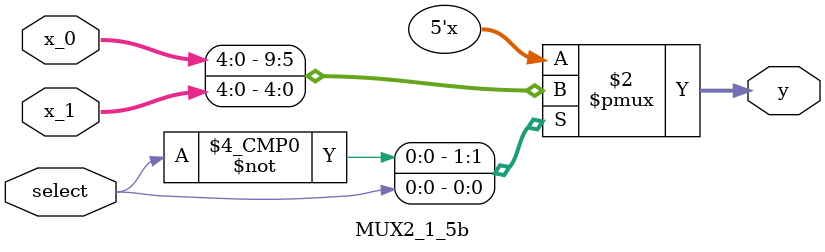
<source format=v>
`timescale 1ns / 1ps

/* 32Î»2-1¶àÂ·Ñ¡ÔñÆ÷ */
module MUX2_1_32b(
    input [31:0] x_0,
    input [31:0] x_1,
    input select,
    output reg [31:0] y
    );

    always @(*) begin
        case (select)
            1'b0: y <= x_0;
            1'b1: y <= x_1;
        endcase
    end

endmodule

/* 32Î»4-1¶àÂ·Ñ¡ÔñÆ÷ */
module MUX4_1_32b(
    input [31:0] x_0,
    input [31:0] x_1,
    input [31:0] x_2,
    input [31:0] x_3,
    input [1:0] select,
    output reg [31:0] y
    );

    always @(*) begin
        case (select)
            2'b00: y <= x_0;
            2'b01: y <= x_1;
            2'b10: y <= x_2;
            2'b11: y <= x_3;
            default: y <= 31'bz;
        endcase
    end

endmodule

/* 32Î»6-1¶àÂ·Ñ¡ÔñÆ÷ */
module MUX6_1_32b(
	input [31:0] x_0,
	input [31:0] x_1,
	input [31:0] x_2,
	input [31:0] x_3,
	input [31:0] x_4,
	input [31:0] x_5,
	input [2:0] select,
	output reg [31:0] y
	);

	always @(*) begin
		case (select)
			3'b000: y <= x_0;
			3'b001: y <= x_1;
			3'b010: y <= x_2;
			3'b011: y <= x_3;
			3'b100: y <= x_4;
			3'b101: y <= x_5;
			default: y <= 32'bz;
		endcase
	end

endmodule

/* 32Î»8-1¶àÂ·Ñ¡ÔñÆ÷ */
module MUX8_1_32b(
    input [31:0] x_0,
    input [31:0] x_1,
    input [31:0] x_2,
    input [31:0] x_3,
    input [31:0] x_4,
    input [31:0] x_5,
    input [31:0] x_6,
    input [31:0] x_7,
    input [2:0] select,
    output reg [31:0] y
    );

    always @(*) begin
        case (select)
            3'b000: y <= x_0;
            3'b001: y <= x_1;
            3'b010: y <= x_2;
            3'b011: y <= x_3;
            3'b100: y <= x_4;
            3'b101: y <= x_5;
            3'b110: y <= x_6;
            3'b111: y <= x_7;
            default: y <= 32'bz;
        endcase
    end

endmodule

/* 5Î»2-1¶àÂ·Ñ¡ÔñÆ÷ */
module MUX2_1_5b(
    input [4:0] x_0,
    input [4:0] x_1,
    input select,
    output reg [4:0] y
    );

    always @(*) begin
        case (select)
            1'b0: y <= x_0;
            1'b1: y <= x_1;
        endcase
    end

endmodule
</source>
